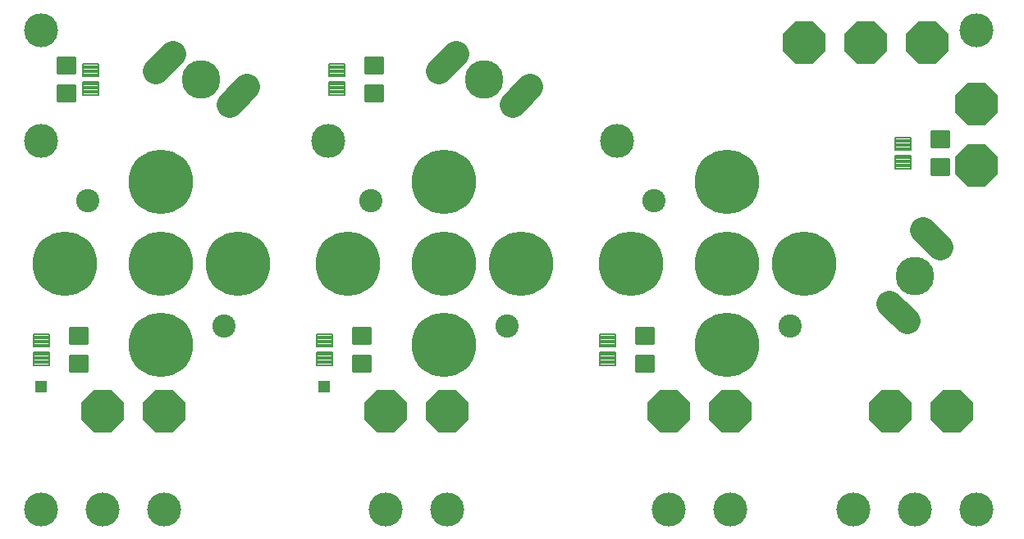
<source format=gts>
G75*
G70*
%OFA0B0*%
%FSLAX24Y24*%
%IPPOS*%
%LPD*%
%AMOC8*
5,1,8,0,0,1.08239X$1,22.5*
%
%ADD10C,0.2620*%
%ADD11C,0.0946*%
%ADD12C,0.1380*%
%ADD13C,0.1568*%
%ADD14C,0.1080*%
%ADD15OC8,0.1720*%
%ADD16C,0.0085*%
%ADD17C,0.0083*%
%ADD18R,0.0476X0.0476*%
D10*
X006451Y011993D03*
X006451Y015320D03*
X009601Y015320D03*
X014054Y015320D03*
X017951Y015320D03*
X021101Y015320D03*
X025554Y015320D03*
X029451Y015320D03*
X032601Y015320D03*
X029451Y011993D03*
X029451Y018647D03*
X017951Y018647D03*
X017951Y011993D03*
X006451Y018647D03*
X002554Y015320D03*
D11*
X003498Y017879D03*
X009010Y012761D03*
X014998Y017879D03*
X020510Y012761D03*
X026498Y017879D03*
X032010Y012761D03*
D12*
X001601Y005320D03*
X004101Y005320D03*
X006601Y005320D03*
X015601Y005320D03*
X018101Y005320D03*
X027101Y005320D03*
X029601Y005320D03*
X034601Y005320D03*
X037101Y005320D03*
X039601Y005320D03*
X025001Y020320D03*
X013251Y020320D03*
X001601Y020320D03*
X001601Y024820D03*
X039601Y024820D03*
D13*
X037101Y014820D03*
X019601Y022820D03*
X008101Y022820D03*
D14*
X009247Y021785D02*
X009954Y022492D01*
X006954Y023854D02*
X006247Y023147D01*
X017747Y023147D02*
X018454Y023854D01*
X020747Y021785D02*
X021454Y022492D01*
X036066Y013673D02*
X036773Y012966D01*
X038135Y015966D02*
X037428Y016673D01*
D15*
X039601Y019320D03*
X039601Y021820D03*
X037601Y024320D03*
X035101Y024320D03*
X032601Y024320D03*
X029601Y009320D03*
X027101Y009320D03*
X036101Y009320D03*
X038601Y009320D03*
X018101Y009320D03*
X015601Y009320D03*
X006601Y009320D03*
X004101Y009320D03*
D16*
X002748Y010947D02*
X002748Y011573D01*
X003454Y011573D01*
X003454Y010947D01*
X002748Y010947D01*
X002748Y011031D02*
X003454Y011031D01*
X003454Y011115D02*
X002748Y011115D01*
X002748Y011199D02*
X003454Y011199D01*
X003454Y011283D02*
X002748Y011283D01*
X002748Y011367D02*
X003454Y011367D01*
X003454Y011451D02*
X002748Y011451D01*
X002748Y011535D02*
X003454Y011535D01*
X002748Y012067D02*
X002748Y012693D01*
X003454Y012693D01*
X003454Y012067D01*
X002748Y012067D01*
X002748Y012151D02*
X003454Y012151D01*
X003454Y012235D02*
X002748Y012235D01*
X002748Y012319D02*
X003454Y012319D01*
X003454Y012403D02*
X002748Y012403D01*
X002748Y012487D02*
X003454Y012487D01*
X003454Y012571D02*
X002748Y012571D01*
X002748Y012655D02*
X003454Y012655D01*
X014248Y012693D02*
X014248Y012067D01*
X014248Y012693D02*
X014954Y012693D01*
X014954Y012067D01*
X014248Y012067D01*
X014248Y012151D02*
X014954Y012151D01*
X014954Y012235D02*
X014248Y012235D01*
X014248Y012319D02*
X014954Y012319D01*
X014954Y012403D02*
X014248Y012403D01*
X014248Y012487D02*
X014954Y012487D01*
X014954Y012571D02*
X014248Y012571D01*
X014248Y012655D02*
X014954Y012655D01*
X014248Y011573D02*
X014248Y010947D01*
X014248Y011573D02*
X014954Y011573D01*
X014954Y010947D01*
X014248Y010947D01*
X014248Y011031D02*
X014954Y011031D01*
X014954Y011115D02*
X014248Y011115D01*
X014248Y011199D02*
X014954Y011199D01*
X014954Y011283D02*
X014248Y011283D01*
X014248Y011367D02*
X014954Y011367D01*
X014954Y011451D02*
X014248Y011451D01*
X014248Y011535D02*
X014954Y011535D01*
X025748Y011573D02*
X025748Y010947D01*
X025748Y011573D02*
X026454Y011573D01*
X026454Y010947D01*
X025748Y010947D01*
X025748Y011031D02*
X026454Y011031D01*
X026454Y011115D02*
X025748Y011115D01*
X025748Y011199D02*
X026454Y011199D01*
X026454Y011283D02*
X025748Y011283D01*
X025748Y011367D02*
X026454Y011367D01*
X026454Y011451D02*
X025748Y011451D01*
X025748Y011535D02*
X026454Y011535D01*
X025748Y012067D02*
X025748Y012693D01*
X026454Y012693D01*
X026454Y012067D01*
X025748Y012067D01*
X025748Y012151D02*
X026454Y012151D01*
X026454Y012235D02*
X025748Y012235D01*
X025748Y012319D02*
X026454Y012319D01*
X026454Y012403D02*
X025748Y012403D01*
X025748Y012487D02*
X026454Y012487D01*
X026454Y012571D02*
X025748Y012571D01*
X025748Y012655D02*
X026454Y012655D01*
X037748Y018947D02*
X037748Y019573D01*
X038454Y019573D01*
X038454Y018947D01*
X037748Y018947D01*
X037748Y019031D02*
X038454Y019031D01*
X038454Y019115D02*
X037748Y019115D01*
X037748Y019199D02*
X038454Y019199D01*
X038454Y019283D02*
X037748Y019283D01*
X037748Y019367D02*
X038454Y019367D01*
X038454Y019451D02*
X037748Y019451D01*
X037748Y019535D02*
X038454Y019535D01*
X037748Y020067D02*
X037748Y020693D01*
X038454Y020693D01*
X038454Y020067D01*
X037748Y020067D01*
X037748Y020151D02*
X038454Y020151D01*
X038454Y020235D02*
X037748Y020235D01*
X037748Y020319D02*
X038454Y020319D01*
X038454Y020403D02*
X037748Y020403D01*
X037748Y020487D02*
X038454Y020487D01*
X038454Y020571D02*
X037748Y020571D01*
X037748Y020655D02*
X038454Y020655D01*
X014748Y021947D02*
X014748Y022573D01*
X015454Y022573D01*
X015454Y021947D01*
X014748Y021947D01*
X014748Y022031D02*
X015454Y022031D01*
X015454Y022115D02*
X014748Y022115D01*
X014748Y022199D02*
X015454Y022199D01*
X015454Y022283D02*
X014748Y022283D01*
X014748Y022367D02*
X015454Y022367D01*
X015454Y022451D02*
X014748Y022451D01*
X014748Y022535D02*
X015454Y022535D01*
X014748Y023067D02*
X014748Y023693D01*
X015454Y023693D01*
X015454Y023067D01*
X014748Y023067D01*
X014748Y023151D02*
X015454Y023151D01*
X015454Y023235D02*
X014748Y023235D01*
X014748Y023319D02*
X015454Y023319D01*
X015454Y023403D02*
X014748Y023403D01*
X014748Y023487D02*
X015454Y023487D01*
X015454Y023571D02*
X014748Y023571D01*
X014748Y023655D02*
X015454Y023655D01*
X002248Y023693D02*
X002248Y023067D01*
X002248Y023693D02*
X002954Y023693D01*
X002954Y023067D01*
X002248Y023067D01*
X002248Y023151D02*
X002954Y023151D01*
X002954Y023235D02*
X002248Y023235D01*
X002248Y023319D02*
X002954Y023319D01*
X002954Y023403D02*
X002248Y023403D01*
X002248Y023487D02*
X002954Y023487D01*
X002954Y023571D02*
X002248Y023571D01*
X002248Y023655D02*
X002954Y023655D01*
X002248Y022573D02*
X002248Y021947D01*
X002248Y022573D02*
X002954Y022573D01*
X002954Y021947D01*
X002248Y021947D01*
X002248Y022031D02*
X002954Y022031D01*
X002954Y022115D02*
X002248Y022115D01*
X002248Y022199D02*
X002954Y022199D01*
X002954Y022283D02*
X002248Y022283D01*
X002248Y022367D02*
X002954Y022367D01*
X002954Y022451D02*
X002248Y022451D01*
X002248Y022535D02*
X002954Y022535D01*
D17*
X003287Y022701D02*
X003287Y022191D01*
X003287Y022701D02*
X003915Y022701D01*
X003915Y022191D01*
X003287Y022191D01*
X003287Y022273D02*
X003915Y022273D01*
X003915Y022355D02*
X003287Y022355D01*
X003287Y022437D02*
X003915Y022437D01*
X003915Y022519D02*
X003287Y022519D01*
X003287Y022601D02*
X003915Y022601D01*
X003915Y022683D02*
X003287Y022683D01*
X003287Y022939D02*
X003287Y023449D01*
X003915Y023449D01*
X003915Y022939D01*
X003287Y022939D01*
X003287Y023021D02*
X003915Y023021D01*
X003915Y023103D02*
X003287Y023103D01*
X003287Y023185D02*
X003915Y023185D01*
X003915Y023267D02*
X003287Y023267D01*
X003287Y023349D02*
X003915Y023349D01*
X003915Y023431D02*
X003287Y023431D01*
X013287Y023449D02*
X013287Y022939D01*
X013287Y023449D02*
X013915Y023449D01*
X013915Y022939D01*
X013287Y022939D01*
X013287Y023021D02*
X013915Y023021D01*
X013915Y023103D02*
X013287Y023103D01*
X013287Y023185D02*
X013915Y023185D01*
X013915Y023267D02*
X013287Y023267D01*
X013287Y023349D02*
X013915Y023349D01*
X013915Y023431D02*
X013287Y023431D01*
X013287Y022701D02*
X013287Y022191D01*
X013287Y022701D02*
X013915Y022701D01*
X013915Y022191D01*
X013287Y022191D01*
X013287Y022273D02*
X013915Y022273D01*
X013915Y022355D02*
X013287Y022355D01*
X013287Y022437D02*
X013915Y022437D01*
X013915Y022519D02*
X013287Y022519D01*
X013287Y022601D02*
X013915Y022601D01*
X013915Y022683D02*
X013287Y022683D01*
X013415Y012449D02*
X013415Y011939D01*
X012787Y011939D01*
X012787Y012449D01*
X013415Y012449D01*
X013415Y012021D02*
X012787Y012021D01*
X012787Y012103D02*
X013415Y012103D01*
X013415Y012185D02*
X012787Y012185D01*
X012787Y012267D02*
X013415Y012267D01*
X013415Y012349D02*
X012787Y012349D01*
X012787Y012431D02*
X013415Y012431D01*
X013415Y011701D02*
X013415Y011191D01*
X012787Y011191D01*
X012787Y011701D01*
X013415Y011701D01*
X013415Y011273D02*
X012787Y011273D01*
X012787Y011355D02*
X013415Y011355D01*
X013415Y011437D02*
X012787Y011437D01*
X012787Y011519D02*
X013415Y011519D01*
X013415Y011601D02*
X012787Y011601D01*
X012787Y011683D02*
X013415Y011683D01*
X024915Y011701D02*
X024915Y011191D01*
X024287Y011191D01*
X024287Y011701D01*
X024915Y011701D01*
X024915Y011273D02*
X024287Y011273D01*
X024287Y011355D02*
X024915Y011355D01*
X024915Y011437D02*
X024287Y011437D01*
X024287Y011519D02*
X024915Y011519D01*
X024915Y011601D02*
X024287Y011601D01*
X024287Y011683D02*
X024915Y011683D01*
X024915Y011939D02*
X024915Y012449D01*
X024915Y011939D02*
X024287Y011939D01*
X024287Y012449D01*
X024915Y012449D01*
X024915Y012021D02*
X024287Y012021D01*
X024287Y012103D02*
X024915Y012103D01*
X024915Y012185D02*
X024287Y012185D01*
X024287Y012267D02*
X024915Y012267D01*
X024915Y012349D02*
X024287Y012349D01*
X024287Y012431D02*
X024915Y012431D01*
X036915Y019191D02*
X036915Y019701D01*
X036915Y019191D02*
X036287Y019191D01*
X036287Y019701D01*
X036915Y019701D01*
X036915Y019273D02*
X036287Y019273D01*
X036287Y019355D02*
X036915Y019355D01*
X036915Y019437D02*
X036287Y019437D01*
X036287Y019519D02*
X036915Y019519D01*
X036915Y019601D02*
X036287Y019601D01*
X036287Y019683D02*
X036915Y019683D01*
X036915Y019939D02*
X036915Y020449D01*
X036915Y019939D02*
X036287Y019939D01*
X036287Y020449D01*
X036915Y020449D01*
X036915Y020021D02*
X036287Y020021D01*
X036287Y020103D02*
X036915Y020103D01*
X036915Y020185D02*
X036287Y020185D01*
X036287Y020267D02*
X036915Y020267D01*
X036915Y020349D02*
X036287Y020349D01*
X036287Y020431D02*
X036915Y020431D01*
X001915Y012449D02*
X001915Y011939D01*
X001287Y011939D01*
X001287Y012449D01*
X001915Y012449D01*
X001915Y012021D02*
X001287Y012021D01*
X001287Y012103D02*
X001915Y012103D01*
X001915Y012185D02*
X001287Y012185D01*
X001287Y012267D02*
X001915Y012267D01*
X001915Y012349D02*
X001287Y012349D01*
X001287Y012431D02*
X001915Y012431D01*
X001915Y011701D02*
X001915Y011191D01*
X001287Y011191D01*
X001287Y011701D01*
X001915Y011701D01*
X001915Y011273D02*
X001287Y011273D01*
X001287Y011355D02*
X001915Y011355D01*
X001915Y011437D02*
X001287Y011437D01*
X001287Y011519D02*
X001915Y011519D01*
X001915Y011601D02*
X001287Y011601D01*
X001287Y011683D02*
X001915Y011683D01*
D18*
X001601Y010320D03*
X013101Y010320D03*
M02*

</source>
